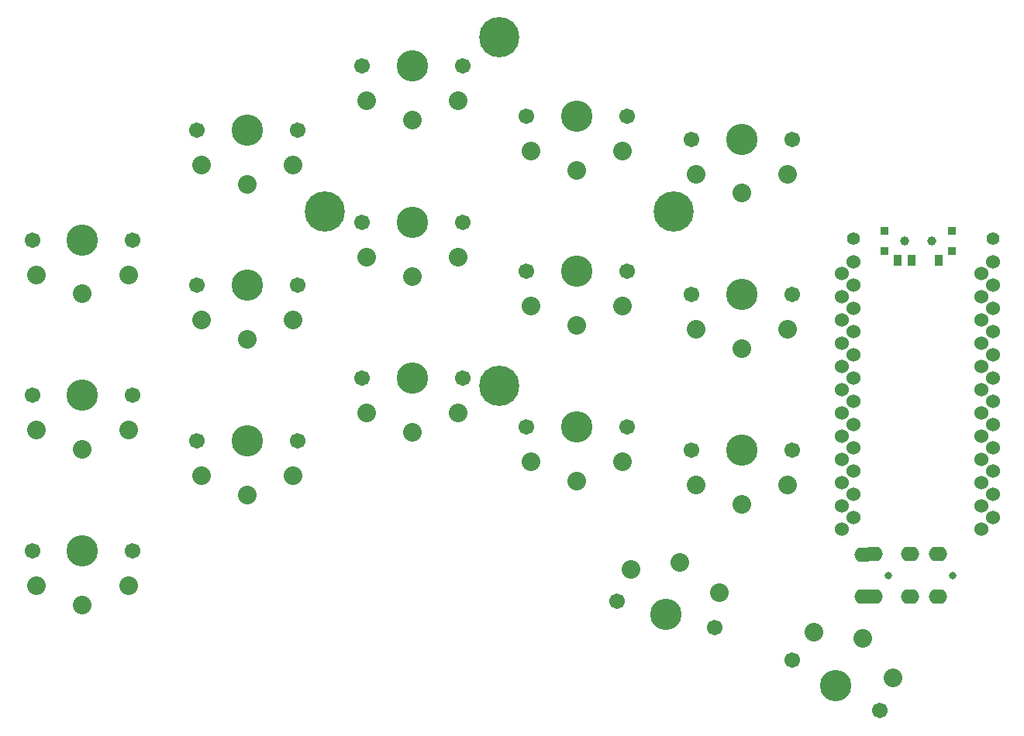
<source format=gbr>
%TF.GenerationSoftware,KiCad,Pcbnew,6.99.0-a9ca49a600~144~ubuntu20.04.1*%
%TF.CreationDate,2022-01-03T10:19:33+02:00*%
%TF.ProjectId,half-swept,68616c66-2d73-4776-9570-742e6b696361,rev?*%
%TF.SameCoordinates,Original*%
%TF.FileFunction,Soldermask,Top*%
%TF.FilePolarity,Negative*%
%FSLAX46Y46*%
G04 Gerber Fmt 4.6, Leading zero omitted, Abs format (unit mm)*
G04 Created by KiCad (PCBNEW 6.99.0-a9ca49a600~144~ubuntu20.04.1) date 2022-01-03 10:19:33*
%MOMM*%
%LPD*%
G01*
G04 APERTURE LIST*
%ADD10C,4.400000*%
%ADD11C,1.701800*%
%ADD12C,2.032000*%
%ADD13C,3.429000*%
%ADD14C,1.524000*%
%ADD15R,0.900000X1.250000*%
%ADD16R,0.900000X0.900000*%
%ADD17O,2.000000X1.600000*%
%ADD18C,0.800000*%
%ADD19C,1.000000*%
%ADD20C,1.397000*%
G04 APERTURE END LIST*
D10*
%TO.C,REF\u002A\u002A*%
X72580000Y-23930000D03*
X91630000Y-42980000D03*
X72580000Y-62030000D03*
X53530000Y-42980000D03*
%TD*%
D11*
%TO.C,SW20*%
X114119140Y-97530000D03*
X104592860Y-92030000D03*
D12*
X112306000Y-89670450D03*
X115586127Y-93989103D03*
D13*
X109356000Y-94780000D03*
D12*
X106925873Y-88989103D03*
%TD*%
D11*
%TO.C,SW21*%
X96108592Y-88453505D03*
X85483408Y-85606495D03*
D12*
X92323032Y-81331038D03*
X96609142Y-84653577D03*
D13*
X90796000Y-87030000D03*
D12*
X86949883Y-82065387D03*
%TD*%
D11*
%TO.C,SW18*%
X93560000Y-69088000D03*
X104560000Y-69088000D03*
D12*
X99060000Y-74988000D03*
X94060000Y-72888000D03*
D13*
X99060000Y-69088000D03*
D12*
X104060000Y-72888000D03*
%TD*%
D11*
%TO.C,SW17*%
X75580000Y-66548000D03*
X86580000Y-66548000D03*
D12*
X81080000Y-72448000D03*
X76080000Y-70348000D03*
D13*
X81080000Y-66548000D03*
D12*
X86080000Y-70348000D03*
%TD*%
D11*
%TO.C,SW16*%
X57580000Y-61214000D03*
X68580000Y-61214000D03*
D12*
X63080000Y-67114000D03*
X58080000Y-65014000D03*
D13*
X63080000Y-61214000D03*
D12*
X68080000Y-65014000D03*
%TD*%
D11*
%TO.C,SW15*%
X39580000Y-68072000D03*
X50580000Y-68072000D03*
D12*
X45080000Y-73972000D03*
X40080000Y-71872000D03*
D13*
X45080000Y-68072000D03*
D12*
X50080000Y-71872000D03*
%TD*%
D11*
%TO.C,SW14*%
X21580000Y-80080000D03*
X32580000Y-80080000D03*
D12*
X27080000Y-85980000D03*
X22080000Y-83880000D03*
D13*
X27080000Y-80080000D03*
D12*
X32080000Y-83880000D03*
%TD*%
D11*
%TO.C,SW12*%
X93560000Y-52070000D03*
X104560000Y-52070000D03*
D12*
X99060000Y-57970000D03*
X94060000Y-55870000D03*
D13*
X99060000Y-52070000D03*
D12*
X104060000Y-55870000D03*
%TD*%
D11*
%TO.C,SW11*%
X75580000Y-49530000D03*
X86580000Y-49530000D03*
D12*
X81080000Y-55430000D03*
X76080000Y-53330000D03*
D13*
X81080000Y-49530000D03*
D12*
X86080000Y-53330000D03*
%TD*%
D11*
%TO.C,SW10*%
X57580000Y-44196000D03*
X68580000Y-44196000D03*
D12*
X63080000Y-50096000D03*
X58080000Y-47996000D03*
D13*
X63080000Y-44196000D03*
D12*
X68080000Y-47996000D03*
%TD*%
D11*
%TO.C,SW9*%
X39580000Y-51054000D03*
X50580000Y-51054000D03*
D12*
X45080000Y-56954000D03*
X40080000Y-54854000D03*
D13*
X45080000Y-51054000D03*
D12*
X50080000Y-54854000D03*
%TD*%
D11*
%TO.C,SW8*%
X21580000Y-63080000D03*
X32580000Y-63080000D03*
D12*
X27080000Y-68980000D03*
X22080000Y-66880000D03*
D13*
X27080000Y-63080000D03*
D12*
X32080000Y-66880000D03*
%TD*%
D11*
%TO.C,SW6*%
X93580000Y-35080000D03*
X104580000Y-35080000D03*
D12*
X99080000Y-40980000D03*
X94080000Y-38880000D03*
D13*
X99080000Y-35080000D03*
D12*
X104080000Y-38880000D03*
%TD*%
D11*
%TO.C,SW5*%
X75580000Y-32580000D03*
X86580000Y-32580000D03*
D12*
X81080000Y-38480000D03*
X76080000Y-36380000D03*
D13*
X81080000Y-32580000D03*
D12*
X86080000Y-36380000D03*
%TD*%
D11*
%TO.C,SW4*%
X57580000Y-27080000D03*
X68580000Y-27080000D03*
D12*
X63080000Y-32980000D03*
X58080000Y-30880000D03*
D13*
X63080000Y-27080000D03*
D12*
X68080000Y-30880000D03*
%TD*%
D11*
%TO.C,SW3*%
X39580000Y-34080000D03*
X50580000Y-34080000D03*
D12*
X45080000Y-39980000D03*
X40080000Y-37880000D03*
D13*
X45080000Y-34080000D03*
D12*
X50080000Y-37880000D03*
%TD*%
D11*
%TO.C,SW2*%
X21580000Y-46080000D03*
X32580000Y-46080000D03*
D12*
X27080000Y-51980000D03*
X22080000Y-49880000D03*
D13*
X27080000Y-46080000D03*
D12*
X32080000Y-49880000D03*
%TD*%
D14*
%TO.C,U1*%
X125222000Y-49784000D03*
X125222000Y-52324000D03*
X125222000Y-54864000D03*
X125222000Y-57404000D03*
X125222000Y-59944000D03*
X125222000Y-62484000D03*
X125222000Y-65024000D03*
X125222000Y-67564000D03*
X125222000Y-70104000D03*
X125222000Y-72644000D03*
X125222000Y-75184000D03*
X125222000Y-77724000D03*
X109982000Y-77724000D03*
X109982000Y-75184000D03*
X109982000Y-72644000D03*
X109982000Y-70104000D03*
X109982000Y-67564000D03*
X109982000Y-65024000D03*
X109982000Y-62484000D03*
X109982000Y-59944000D03*
X109982000Y-57404000D03*
X109982000Y-54864000D03*
X109982000Y-52324000D03*
X109982000Y-49784000D03*
X126528400Y-48514000D03*
X126528400Y-51054000D03*
X126528400Y-53594000D03*
X126528400Y-56134000D03*
X126528400Y-58674000D03*
X126528400Y-61214000D03*
X126528400Y-63754000D03*
X126528400Y-66294000D03*
X126528400Y-68834000D03*
X126528400Y-71374000D03*
X126528400Y-73914000D03*
X126528400Y-76454000D03*
X111308400Y-76454000D03*
X111308400Y-73914000D03*
X111308400Y-71374000D03*
X111308400Y-68834000D03*
X111308400Y-66294000D03*
X111308400Y-63754000D03*
X111308400Y-61214000D03*
X111308400Y-58674000D03*
X111308400Y-56134000D03*
X111308400Y-53594000D03*
X111308400Y-51054000D03*
X111308400Y-48514000D03*
%TD*%
D15*
%TO.C,SW2*%
X117614000Y-48303000D03*
X116114000Y-48303000D03*
X120614000Y-48303000D03*
D16*
X122064000Y-45128000D03*
X122064000Y-47328000D03*
X114664000Y-47328000D03*
X114664000Y-45128000D03*
%TD*%
D17*
%TO.C,J2*%
X117478000Y-80420000D03*
X120478000Y-80420000D03*
X113478000Y-80420000D03*
X112378000Y-85020000D03*
X112398000Y-80450000D03*
X113498000Y-85050000D03*
X120498000Y-85050000D03*
D18*
X115098000Y-82750000D03*
X122098000Y-82750000D03*
D17*
X117498000Y-85050000D03*
%TD*%
D19*
%TO.C,POWER SW*%
X119864000Y-46228000D03*
X116864000Y-46228000D03*
%TD*%
D20*
%TO.C,B-*%
X111252000Y-45974000D03*
%TD*%
%TO.C,B+*%
X126492000Y-45974000D03*
%TD*%
M02*

</source>
